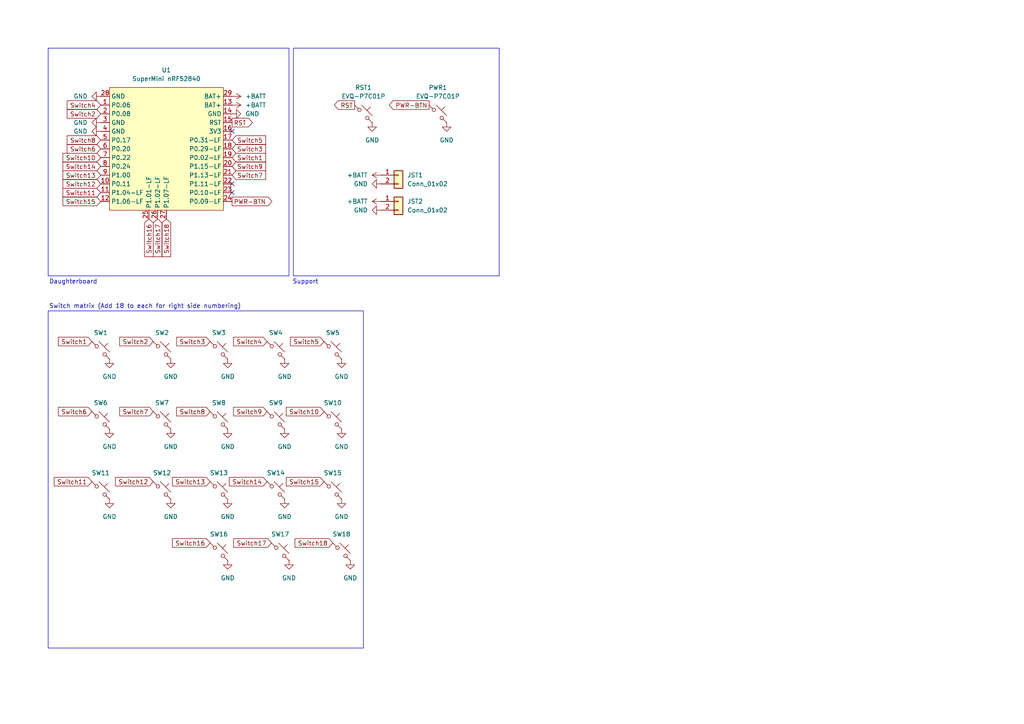
<source format=kicad_sch>
(kicad_sch (version 20231120) (generator "eeschema") (generator_version "8.0")
  (paper "A4")
  (lib_symbols
    (symbol "Connector_Generic:Conn_01x02" (pin_names (offset 1.016) hide)
      (property "Reference" "J" (at 0 2.54 0))
      (property "Value" "Conn_01x02" (at 0 -5.08 0))
      (symbol "Conn_01x02_1_1"
        (rectangle (start -1.27 -2.413) (end 0 -2.667) (stroke (width 0.1524)))
        (rectangle (start -1.27 0.127) (end 0 -0.127) (stroke (width 0.1524)))
        (rectangle (start -1.27 1.27) (end 1.27 -3.81) (stroke (width 0.254)) (fill (type background)))
        (pin passive line (at -5.08 0 0) (length 3.81) (name "Pin_1") (number "1"))
        (pin passive line (at -5.08 -2.54 0) (length 3.81) (name "Pin_2") (number "2"))
      )
    )
    (symbol "PCM_marbastlib-promicroish:SuperMini_nRF52840" (in_bom no)
      (property "Reference" "U" (at 0 22.86 0))
      (property "Value" "SuperMini nRF52840" (at 0 20.32 0))
      (symbol "SuperMini_nRF52840_0_0"
        (pin bidirectional line (at -19.05 13.97 0) (length 2.54) (name "P0.06") (number "1"))
        (pin bidirectional line (at -19.05 -8.89 0) (length 2.54) (name "P0.11") (number "10"))
        (pin bidirectional line (at -19.05 -11.43 0) (length 2.54) (name "P1.04-LF") (number "11"))
        (pin bidirectional line (at -19.05 -13.97 0) (length 2.54) (name "P1.06-LF") (number "12"))
        (pin power_out line (at 19.05 11.43 180) (length 2.54) (name "GND") (number "14"))
        (pin bidirectional line (at 19.05 8.89 180) (length 2.54) (name "RST") (number "15"))
        (pin bidirectional line (at 19.05 3.81 180) (length 2.54) (name "P0.31-LF") (number "17"))
        (pin bidirectional line (at 19.05 1.27 180) (length 2.54) (name "P0.29-LF") (number "18"))
        (pin bidirectional line (at 19.05 -1.27 180) (length 2.54) (name "P0.02-LF") (number "19"))
        (pin bidirectional line (at -19.05 11.43 0) (length 2.54) (name "P0.08") (number "2"))
        (pin bidirectional line (at 19.05 -3.81 180) (length 2.54) (name "P1.15-LF") (number "20"))
        (pin bidirectional line (at 19.05 -6.35 180) (length 2.54) (name "P1.13-LF") (number "21"))
        (pin bidirectional line (at 19.05 -8.89 180) (length 2.54) (name "P1.11-LF") (number "22"))
        (pin bidirectional line (at 19.05 -13.97 180) (length 2.54) (name "P0.09-LF") (number "24"))
        (pin power_out line (at -19.05 8.89 0) (length 2.54) (name "GND") (number "3"))
        (pin power_out line (at -19.05 6.35 0) (length 2.54) (name "GND") (number "4"))
        (pin bidirectional line (at -19.05 3.81 0) (length 2.54) (name "P0.17") (number "5"))
        (pin bidirectional line (at -19.05 1.27 0) (length 2.54) (name "P0.20") (number "6"))
        (pin bidirectional line (at -19.05 -1.27 0) (length 2.54) (name "P0.22") (number "7"))
        (pin bidirectional line (at -19.05 -3.81 0) (length 2.54) (name "P0.24") (number "8"))
        (pin bidirectional line (at -19.05 -6.35 0) (length 2.54) (name "P1.00") (number "9"))
      )
      (symbol "SuperMini_nRF52840_1_0"
        (pin power_out line (at 19.05 13.97 180) (length 2.54) (name "BAT+") (number "13"))
        (pin power_out line (at 19.05 6.35 180) (length 2.54) (name "3V3") (number "16"))
        (pin bidirectional line (at 19.05 -11.43 180) (length 2.54) (name "P0.10-LF") (number "23"))
        (pin bidirectional line (at -5.08 -19.05 90) (length 2.54) (name "P1.01-LF") (number "25"))
        (pin bidirectional line (at -2.54 -19.05 90) (length 2.54) (name "P1.02-LF") (number "26"))
        (pin bidirectional line (at 0 -19.05 90) (length 2.54) (name "P1.07-LF") (number "27"))
        (pin power_out line (at -19.05 16.51 0) (length 2.54) (name "GND") (number "28"))
        (pin power_out line (at 19.05 16.51 180) (length 2.54) (name "BAT+") (number "29"))
      )
      (symbol "SuperMini_nRF52840_1_1"
        (rectangle (start -16.51 19.05) (end 16.51 -16.51) (fill (type background)))
      )
    )
    (symbol "Switch:SW_Push_45deg" (pin_numbers hide) (pin_names (offset 1.016) hide)
      (property "Reference" "SW" (at 3.048 1.016 0))
      (property "Value" "SW_Push_45deg" (at 0 -3.81 0))
      (symbol "SW_Push_45deg_0_1"
        (circle (center -1.1684 1.1684) (radius 0.508))
        (polyline (pts (xy -0.508 2.54) (xy 2.54 -0.508)))
        (polyline (pts (xy 1.016 1.016) (xy 2.032 2.032)))
        (polyline (pts (xy -2.54 2.54) (xy -1.524 1.524) (xy -1.524 1.524)))
        (polyline (pts (xy 1.524 -1.524) (xy 2.54 -2.54) (xy 2.54 -2.54) (xy 2.54 -2.54)))
        (circle (center 1.143 -1.1938) (radius 0.508))
        (pin passive line (at -2.54 2.54 0) (length 0) (name "1") (number "1"))
        (pin passive line (at 2.54 -2.54 180) (length 0) (name "2") (number "2"))
      )
    )
    (symbol "power:+BATT" (power) (pin_numbers hide) (pin_names (offset 0) hide)
      (property "Value" "+BATT" (at 0 3.556 0))
      (symbol "+BATT_0_1"
        (polyline (pts (xy -0.762 1.27) (xy 0 2.54)))
        (polyline (pts (xy 0 0) (xy 0 2.54)))
        (polyline (pts (xy 0 2.54) (xy 0.762 1.27)))
      )
      (symbol "+BATT_1_1"
        (pin power_in line (at 0 0 90) (length 0) (name "~") (number "1"))
      )
    )
    (symbol "power:GND" (power) (pin_numbers hide) (pin_names (offset 0) hide)
      (property "Value" "GND" (at 0 -3.81 0))
      (symbol "GND_0_1"
        (polyline (pts (xy 0 0) (xy 0 -1.27) (xy 1.27 -1.27) (xy 0 -2.54) (xy -1.27 -1.27) (xy 0 -1.27)))
      )
      (symbol "GND_1_1"
        (pin power_in line (at 0 0 270) (length 0) (name "~") (number "1"))
      )
    )
  )
  (no_connect (at 67.31 38.1))
  (no_connect (at 67.31 55.88))
  (no_connect (at 67.31 53.34))
  (rectangle (start 13.97 90.17) (end 105.41 187.96))
  (rectangle (start 13.97 13.97) (end 83.82 80.01))
  (rectangle (start 85.09 13.97) (end 144.78 80.01))
  (text "Switch matrix (Add 18 to each for right side numbering)" (at 14.224 89.662 0) (effects (font (size 1.27 1.27)) (justify left bottom)))
  (text "Daughterboard" (at 14.224 82.55 0) (effects (font (size 1.27 1.27)) (justify left bottom)))
  (text "Support" (at 84.836 82.55 0) (effects (font (size 1.27 1.27)) (justify left bottom)))
  (global_label "Switch9" (shape input) (at 67.31 48.26 0) (property "Intersheetrefs" "${INTERSHEET_REFS}" (effects (hide yes))))
  (global_label "Switch7" (shape input) (at 44.45 119.38 180) (property "Intersheetrefs" "${INTERSHEET_REFS}" (effects (hide yes))))
  (global_label "Switch14" (shape input) (at 29.21 48.26 180) (property "Intersheetrefs" "${INTERSHEET_REFS}" (effects (hide yes))))
  (global_label "Switch6" (shape input) (at 29.21 43.18 180) (property "Intersheetrefs" "${INTERSHEET_REFS}" (effects (hide yes))))
  (global_label "RST" (shape output) (at 102.87 30.48 180) (property "Intersheetrefs" "${INTERSHEET_REFS}" (effects (hide yes))))
  (global_label "Switch4" (shape input) (at 29.21 30.48 180) (property "Intersheetrefs" "${INTERSHEET_REFS}" (effects (hide yes))))
  (global_label "Switch16" (shape input) (at 43.18 63.5 270) (property "Intersheetrefs" "${INTERSHEET_REFS}" (effects (hide yes))))
  (global_label "Switch2" (shape input) (at 29.21 33.02 180) (property "Intersheetrefs" "${INTERSHEET_REFS}" (effects (hide yes))))
  (global_label "Switch3" (shape input) (at 67.31 43.18 0) (property "Intersheetrefs" "${INTERSHEET_REFS}" (effects (hide yes))))
  (global_label "Switch17" (shape input) (at 78.74 157.48 180) (property "Intersheetrefs" "${INTERSHEET_REFS}" (effects (hide yes))))
  (global_label "Switch1" (shape input) (at 26.67 99.06 180) (property "Intersheetrefs" "${INTERSHEET_REFS}" (effects (hide yes))))
  (global_label "Switch14" (shape input) (at 77.47 139.7 180) (property "Intersheetrefs" "${INTERSHEET_REFS}" (effects (hide yes))))
  (global_label "Switch16" (shape input) (at 60.96 157.48 180) (property "Intersheetrefs" "${INTERSHEET_REFS}" (effects (hide yes))))
  (global_label "Switch13" (shape input) (at 60.96 139.7 180) (property "Intersheetrefs" "${INTERSHEET_REFS}" (effects (hide yes))))
  (global_label "Switch10" (shape input) (at 29.21 45.72 180) (property "Intersheetrefs" "${INTERSHEET_REFS}" (effects (hide yes))))
  (global_label "Switch13" (shape input) (at 29.21 50.8 180) (property "Intersheetrefs" "${INTERSHEET_REFS}" (effects (hide yes))))
  (global_label "Switch11" (shape input) (at 29.21 55.88 180) (property "Intersheetrefs" "${INTERSHEET_REFS}" (effects (hide yes))))
  (global_label "Switch6" (shape input) (at 26.67 119.38 180) (property "Intersheetrefs" "${INTERSHEET_REFS}" (effects (hide yes))))
  (global_label "Switch17" (shape input) (at 45.72 63.5 270) (property "Intersheetrefs" "${INTERSHEET_REFS}" (effects (hide yes))))
  (global_label "Switch8" (shape input) (at 60.96 119.38 180) (property "Intersheetrefs" "${INTERSHEET_REFS}" (effects (hide yes))))
  (global_label "Switch5" (shape input) (at 67.31 40.64 0) (property "Intersheetrefs" "${INTERSHEET_REFS}" (effects (hide yes))))
  (global_label "Switch15" (shape input) (at 29.21 58.42 180) (property "Intersheetrefs" "${INTERSHEET_REFS}" (effects (hide yes))))
  (global_label "Switch9" (shape input) (at 77.47 119.38 180) (property "Intersheetrefs" "${INTERSHEET_REFS}" (effects (hide yes))))
  (global_label "RST" (shape output) (at 67.31 35.56 0) (property "Intersheetrefs" "${INTERSHEET_REFS}" (effects (hide yes))))
  (global_label "Switch12" (shape input) (at 44.45 139.7 180) (property "Intersheetrefs" "${INTERSHEET_REFS}" (effects (hide yes))))
  (global_label "PWR-BTN" (shape output) (at 67.31 58.42 0) (property "Intersheetrefs" "${INTERSHEET_REFS}" (effects (hide yes))))
  (global_label "Switch4" (shape input) (at 77.47 99.06 180) (property "Intersheetrefs" "${INTERSHEET_REFS}" (effects (hide yes))))
  (global_label "Switch5" (shape input) (at 93.98 99.06 180) (property "Intersheetrefs" "${INTERSHEET_REFS}" (effects (hide yes))))
  (global_label "Switch18" (shape input) (at 96.52 157.48 180) (property "Intersheetrefs" "${INTERSHEET_REFS}" (effects (hide yes))))
  (global_label "Switch18" (shape input) (at 48.26 63.5 270) (property "Intersheetrefs" "${INTERSHEET_REFS}" (effects (hide yes))))
  (global_label "Switch1" (shape input) (at 67.31 45.72 0) (property "Intersheetrefs" "${INTERSHEET_REFS}" (effects (hide yes))))
  (global_label "PWR-BTN" (shape output) (at 124.46 30.48 180) (property "Intersheetrefs" "${INTERSHEET_REFS}" (effects (hide yes))))
  (global_label "Switch15" (shape input) (at 93.98 139.7 180) (property "Intersheetrefs" "${INTERSHEET_REFS}" (effects (hide yes))))
  (global_label "Switch7" (shape input) (at 67.31 50.8 0) (property "Intersheetrefs" "${INTERSHEET_REFS}" (effects (hide yes))))
  (global_label "Switch10" (shape input) (at 93.98 119.38 180) (property "Intersheetrefs" "${INTERSHEET_REFS}" (effects (hide yes))))
  (global_label "Switch12" (shape input) (at 29.21 53.34 180) (property "Intersheetrefs" "${INTERSHEET_REFS}" (effects (hide yes))))
  (global_label "Switch8" (shape input) (at 29.21 40.64 180) (property "Intersheetrefs" "${INTERSHEET_REFS}" (effects (hide yes))))
  (global_label "Switch11" (shape input) (at 26.67 139.7 180) (property "Intersheetrefs" "${INTERSHEET_REFS}" (effects (hide yes))))
  (global_label "Switch3" (shape input) (at 60.96 99.06 180) (property "Intersheetrefs" "${INTERSHEET_REFS}" (effects (hide yes))))
  (global_label "Switch2" (shape input) (at 44.45 99.06 180) (property "Intersheetrefs" "${INTERSHEET_REFS}" (effects (hide yes))))
  (symbol (lib_id "Switch:SW_Push_45deg") (at 29.21 101.6 0) (unit 1) (in_bom no)
    (property "Reference" "SW1" (at 29.21 96.52 0))
    (property "Value" "SW_Push" (effects (hide yes)))
    (property "Footprint" "Library:Choc-V1-HS-Reversible" (effects (hide yes)))
  )
  (symbol (lib_id "power:GND") (at 99.06 144.78 0) (unit 1)
    (property "Reference" "#PWR017" (effects (hide yes)))
    (property "Value" "GND" (at 99.06 149.86 0))
    (property "Description" "Power symbol creates a global label with name \"GND\" , ground" (effects (hide yes)))
  )
  (symbol (lib_id "Switch:SW_Push_45deg") (at 96.52 101.6 0) (unit 1) (in_bom no)
    (property "Reference" "SW5" (at 96.52 96.52 0))
    (property "Value" "SW_Push" (effects (hide yes)))
    (property "Footprint" "Library:Choc-V1-HS-Reversible" (effects (hide yes)))
  )
  (symbol (lib_id "power:GND") (at 82.55 124.46 0) (unit 1)
    (property "Reference" "#PWR012" (effects (hide yes)))
    (property "Value" "GND" (at 82.55 129.54 0))
    (property "Description" "Power symbol creates a global label with name \"GND\" , ground" (effects (hide yes)))
  )
  (symbol (lib_id "power:GND") (at 83.82 162.56 0) (unit 1)
    (property "Reference" "#PWR014" (effects (hide yes)))
    (property "Value" "GND" (at 83.82 167.64 0))
    (property "Description" "Power symbol creates a global label with name \"GND\" , ground" (effects (hide yes)))
  )
  (symbol (lib_id "power:GND") (at 31.75 124.46 0) (unit 1)
    (property "Reference" "#PWR02" (effects (hide yes)))
    (property "Value" "GND" (at 31.75 129.54 0))
    (property "Description" "Power symbol creates a global label with name \"GND\" , ground" (effects (hide yes)))
  )
  (symbol (lib_id "power:+BATT") (at 67.31 27.94 270) (unit 1)
    (property "Reference" "#PWR051" (effects (hide yes)))
    (property "Value" "+BATT" (at 71.12 27.9399 90) (effects (justify left)))
    (property "Description" "Power symbol creates a global label with name \"+BATT\"" (effects (hide yes)))
  )
  (symbol (lib_id "power:GND") (at 66.04 162.56 0) (unit 1)
    (property "Reference" "#PWR010" (effects (hide yes)))
    (property "Value" "GND" (at 66.04 167.64 0))
    (property "Description" "Power symbol creates a global label with name \"GND\" , ground" (effects (hide yes)))
  )
  (symbol (lib_id "power:GND") (at 110.49 60.96 270) (unit 1)
    (property "Reference" "#PWR020" (effects (hide yes)))
    (property "Value" "GND" (at 106.68 60.9599 90) (effects (justify right)))
    (property "Description" "Power symbol creates a global label with name \"GND\" , ground" (effects (hide yes)))
  )
  (symbol (lib_id "Connector_Generic:Conn_01x02") (at 115.57 50.8 0) (unit 1)
    (property "Reference" "JST1" (at 118.11 50.7999 0) (effects (justify left)))
    (property "Value" "Conn_01x02" (at 118.11 53.3399 0) (effects (justify left)))
    (property "Footprint" "Connector_JST:JST_PH_S2B-PH-K_1x02_P2.00mm_Horizontal" (effects (hide yes)))
    (property "Description" "Generic connector, single row, 01x02, script generated (kicad-library-utils/schlib/autogen/connector/)" (effects (hide yes)))
  )
  (symbol (lib_id "PCM_marbastlib-promicroish:SuperMini_nRF52840") (at 48.26 44.45 0) (unit 1) (in_bom no)
    (property "Reference" "U1" (at 48.26 20.32 0))
    (property "Value" "SuperMini nRF52840" (at 48.26 22.86 0))
    (property "Footprint" "PCM_marbastlib-xp-promicroish:SuperMini_nRF52840_AH_Reversible" (effects (hide yes)))
    (property "Datasheet" "https://wiki.icbbuy.com/doku.php?id=developmentboard:nrf52840" (effects (hide yes)))
    (property "Description" "Symbol for an nicekeyboards nice!nano" (effects (hide yes)))
  )
  (symbol (lib_id "Switch:SW_Push_45deg") (at 46.99 101.6 0) (unit 1) (in_bom no)
    (property "Reference" "SW2" (at 46.99 96.52 0))
    (property "Value" "SW_Push" (effects (hide yes)))
    (property "Footprint" "Library:Choc-V1-HS-Reversible" (effects (hide yes)))
  )
  (symbol (lib_id "power:+BATT") (at 110.49 58.42 90) (unit 1)
    (property "Reference" "#PWR019" (effects (hide yes)))
    (property "Value" "+BATT" (at 106.68 58.4199 90) (effects (justify left)))
    (property "Description" "Power symbol creates a global label with name \"+BATT\"" (effects (hide yes)))
  )
  (symbol (lib_id "Switch:SW_Push_45deg") (at 96.52 142.24 0) (unit 1) (in_bom no)
    (property "Reference" "SW15" (at 96.52 137.16 0))
    (property "Value" "SW_Push" (effects (hide yes)))
    (property "Footprint" "Library:Choc-V1-HS-Reversible" (effects (hide yes)))
  )
  (symbol (lib_id "power:GND") (at 49.53 144.78 0) (unit 1)
    (property "Reference" "#PWR06" (effects (hide yes)))
    (property "Value" "GND" (at 49.53 149.86 0))
    (property "Description" "Power symbol creates a global label with name \"GND\" , ground" (effects (hide yes)))
  )
  (symbol (lib_id "Switch:SW_Push_45deg") (at 29.21 121.92 0) (unit 1) (in_bom no)
    (property "Reference" "SW6" (at 29.21 116.84 0))
    (property "Value" "SW_Push" (effects (hide yes)))
    (property "Footprint" "Library:Choc-V1-HS-Reversible" (effects (hide yes)))
  )
  (symbol (lib_id "Switch:SW_Push_45deg") (at 99.06 160.02 0) (unit 1) (in_bom no)
    (property "Reference" "SW18" (at 99.06 154.94 0))
    (property "Value" "SW_Push" (effects (hide yes)))
    (property "Footprint" "Library:Choc-V1-HS-Reversible" (effects (hide yes)))
  )
  (symbol (lib_id "Switch:SW_Push_45deg") (at 80.01 142.24 0) (unit 1) (in_bom no)
    (property "Reference" "SW14" (at 80.01 137.16 0))
    (property "Value" "SW_Push" (effects (hide yes)))
    (property "Footprint" "Library:Choc-V1-HS-Reversible" (effects (hide yes)))
  )
  (symbol (lib_id "Switch:SW_Push_45deg") (at 63.5 160.02 0) (unit 1) (in_bom no)
    (property "Reference" "SW16" (at 63.5 154.94 0))
    (property "Value" "SW_Push" (effects (hide yes)))
    (property "Footprint" "Library:Choc-V1-HS-Reversible" (effects (hide yes)))
  )
  (symbol (lib_id "power:GND") (at 29.21 27.94 270) (unit 1)
    (property "Reference" "#PWR037" (effects (hide yes)))
    (property "Value" "GND" (at 25.4 27.9399 90) (effects (justify right)))
    (property "Description" "Power symbol creates a global label with name \"GND\" , ground" (effects (hide yes)))
  )
  (symbol (lib_id "power:GND") (at 129.54 35.56 0) (mirror y) (unit 1)
    (property "Reference" "#PWR048" (effects (hide yes)))
    (property "Value" "GND" (at 129.54 40.64 0))
    (property "Description" "Power symbol creates a global label with name \"GND\" , ground" (effects (hide yes)))
  )
  (symbol (lib_id "power:GND") (at 49.53 124.46 0) (unit 1)
    (property "Reference" "#PWR05" (effects (hide yes)))
    (property "Value" "GND" (at 49.53 129.54 0))
    (property "Description" "Power symbol creates a global label with name \"GND\" , ground" (effects (hide yes)))
  )
  (symbol (lib_id "Switch:SW_Push_45deg") (at 127 33.02 0) (unit 1)
    (property "Reference" "PWR1" (at 127 25.4 0))
    (property "Value" "EVQ-P7C01P" (at 127 27.94 0))
    (property "Footprint" "Library:EVQ-P7C-Reversible" (effects (hide yes)))
    (property "Description" "Push button switch, normally open, two pins, 45° tilted" (effects (hide yes)))
  )
  (symbol (lib_id "power:GND") (at 29.21 35.56 270) (unit 1)
    (property "Reference" "#PWR039" (effects (hide yes)))
    (property "Value" "GND" (at 25.4 35.5599 90) (effects (justify right)))
    (property "Description" "Power symbol creates a global label with name \"GND\" , ground" (effects (hide yes)))
  )
  (symbol (lib_id "power:GND") (at 107.95 35.56 0) (mirror y) (unit 1)
    (property "Reference" "#PWR047" (effects (hide yes)))
    (property "Value" "GND" (at 107.95 40.64 0))
    (property "Description" "Power symbol creates a global label with name \"GND\" , ground" (effects (hide yes)))
  )
  (symbol (lib_id "Switch:SW_Push_45deg") (at 96.52 121.92 0) (unit 1) (in_bom no)
    (property "Reference" "SW10" (at 96.52 116.84 0))
    (property "Value" "SW_Push" (effects (hide yes)))
    (property "Footprint" "Library:Choc-V1-HS-Reversible" (effects (hide yes)))
  )
  (symbol (lib_id "Switch:SW_Push_45deg") (at 63.5 142.24 0) (unit 1) (in_bom no)
    (property "Reference" "SW13" (at 63.5 137.16 0))
    (property "Value" "SW_Push" (effects (hide yes)))
    (property "Footprint" "Library:Choc-V1-HS-Reversible" (effects (hide yes)))
  )
  (symbol (lib_id "power:GND") (at 99.06 104.14 0) (unit 1)
    (property "Reference" "#PWR015" (effects (hide yes)))
    (property "Value" "GND" (at 99.06 109.22 0))
    (property "Description" "Power symbol creates a global label with name \"GND\" , ground" (effects (hide yes)))
  )
  (symbol (lib_id "power:GND") (at 29.21 38.1 270) (unit 1)
    (property "Reference" "#PWR040" (effects (hide yes)))
    (property "Value" "GND" (at 25.4 38.0999 90) (effects (justify right)))
    (property "Description" "Power symbol creates a global label with name \"GND\" , ground" (effects (hide yes)))
  )
  (symbol (lib_id "power:GND") (at 101.6 162.56 0) (unit 1)
    (property "Reference" "#PWR018" (effects (hide yes)))
    (property "Value" "GND" (at 101.6 167.64 0))
    (property "Description" "Power symbol creates a global label with name \"GND\" , ground" (effects (hide yes)))
  )
  (symbol (lib_id "power:GND") (at 49.53 104.14 0) (unit 1)
    (property "Reference" "#PWR04" (effects (hide yes)))
    (property "Value" "GND" (at 49.53 109.22 0))
    (property "Description" "Power symbol creates a global label with name \"GND\" , ground" (effects (hide yes)))
  )
  (symbol (lib_id "power:+BATT") (at 67.31 30.48 270) (unit 1)
    (property "Reference" "#PWR052" (effects (hide yes)))
    (property "Value" "+BATT" (at 71.12 30.4799 90) (effects (justify left)))
    (property "Description" "Power symbol creates a global label with name \"+BATT\"" (effects (hide yes)))
  )
  (symbol (lib_id "Switch:SW_Push_45deg") (at 80.01 121.92 0) (unit 1) (in_bom no)
    (property "Reference" "SW9" (at 80.01 116.84 0))
    (property "Value" "SW_Push" (effects (hide yes)))
    (property "Footprint" "Library:Choc-V1-HS-Reversible" (effects (hide yes)))
  )
  (symbol (lib_id "Switch:SW_Push_45deg") (at 81.28 160.02 0) (unit 1) (in_bom no)
    (property "Reference" "SW17" (at 81.28 154.94 0))
    (property "Value" "SW_Push" (effects (hide yes)))
    (property "Footprint" "Library:Choc-V1-HS-Reversible" (effects (hide yes)))
  )
  (symbol (lib_id "Switch:SW_Push_45deg") (at 46.99 121.92 0) (unit 1) (in_bom no)
    (property "Reference" "SW7" (at 46.99 116.84 0))
    (property "Value" "SW_Push" (effects (hide yes)))
    (property "Footprint" "Library:Choc-V1-HS-Reversible" (effects (hide yes)))
  )
  (symbol (lib_id "power:GND") (at 82.55 144.78 0) (unit 1)
    (property "Reference" "#PWR013" (effects (hide yes)))
    (property "Value" "GND" (at 82.55 149.86 0))
    (property "Description" "Power symbol creates a global label with name \"GND\" , ground" (effects (hide yes)))
  )
  (symbol (lib_id "Switch:SW_Push_45deg") (at 29.21 142.24 0) (unit 1) (in_bom no)
    (property "Reference" "SW11" (at 29.21 137.16 0))
    (property "Value" "SW_Push" (effects (hide yes)))
    (property "Footprint" "Library:Choc-V1-HS-Reversible" (effects (hide yes)))
  )
  (symbol (lib_id "power:GND") (at 31.75 104.14 0) (unit 1)
    (property "Reference" "#PWR01" (effects (hide yes)))
    (property "Value" "GND" (at 31.75 109.22 0))
    (property "Description" "Power symbol creates a global label with name \"GND\" , ground" (effects (hide yes)))
  )
  (symbol (lib_id "power:GND") (at 31.75 144.78 0) (unit 1)
    (property "Reference" "#PWR03" (effects (hide yes)))
    (property "Value" "GND" (at 31.75 149.86 0))
    (property "Description" "Power symbol creates a global label with name \"GND\" , ground" (effects (hide yes)))
  )
  (symbol (lib_id "Switch:SW_Push_45deg") (at 46.99 142.24 0) (unit 1) (in_bom no)
    (property "Reference" "SW12" (at 46.99 137.16 0))
    (property "Value" "SW_Push" (effects (hide yes)))
    (property "Footprint" "Library:Choc-V1-HS-Reversible" (effects (hide yes)))
  )
  (symbol (lib_id "power:GND") (at 66.04 124.46 0) (unit 1)
    (property "Reference" "#PWR08" (effects (hide yes)))
    (property "Value" "GND" (at 66.04 129.54 0))
    (property "Description" "Power symbol creates a global label with name \"GND\" , ground" (effects (hide yes)))
  )
  (symbol (lib_id "power:GND") (at 67.31 33.02 90) (unit 1)
    (property "Reference" "#PWR038" (effects (hide yes)))
    (property "Value" "GND" (at 71.12 33.0199 90) (effects (justify right)))
    (property "Description" "Power symbol creates a global label with name \"GND\" , ground" (effects (hide yes)))
  )
  (symbol (lib_id "power:+BATT") (at 110.49 50.8 90) (unit 1)
    (property "Reference" "#PWR055" (effects (hide yes)))
    (property "Value" "+BATT" (at 106.68 50.7999 90) (effects (justify left)))
    (property "Description" "Power symbol creates a global label with name \"+BATT\"" (effects (hide yes)))
  )
  (symbol (lib_id "Connector_Generic:Conn_01x02") (at 115.57 58.42 0) (unit 1)
    (property "Reference" "JST2" (at 118.11 58.4199 0) (effects (justify left)))
    (property "Value" "Conn_01x02" (at 118.11 60.9599 0) (effects (justify left)))
    (property "Footprint" "Connector_JST:JST_PH_S2B-PH-K_1x02_P2.00mm_Horizontal" (effects (hide yes)))
    (property "Description" "Generic connector, single row, 01x02, script generated (kicad-library-utils/schlib/autogen/connector/)" (effects (hide yes)))
  )
  (symbol (lib_id "power:GND") (at 99.06 124.46 0) (unit 1)
    (property "Reference" "#PWR016" (effects (hide yes)))
    (property "Value" "GND" (at 99.06 129.54 0))
    (property "Description" "Power symbol creates a global label with name \"GND\" , ground" (effects (hide yes)))
  )
  (symbol (lib_id "power:GND") (at 110.49 53.34 270) (unit 1)
    (property "Reference" "#PWR045" (effects (hide yes)))
    (property "Value" "GND" (at 106.68 53.3399 90) (effects (justify right)))
    (property "Description" "Power symbol creates a global label with name \"GND\" , ground" (effects (hide yes)))
  )
  (symbol (lib_id "Switch:SW_Push_45deg") (at 105.41 33.02 0) (unit 1)
    (property "Reference" "RST1" (at 105.41 25.4 0))
    (property "Value" "EVQ-P7C01P" (at 105.41 27.94 0))
    (property "Footprint" "Library:EVQ-P7C-Reversible" (effects (hide yes)))
    (property "Description" "Push button switch, normally open, two pins, 45° tilted" (effects (hide yes)))
  )
  (symbol (lib_id "power:GND") (at 82.55 104.14 0) (unit 1)
    (property "Reference" "#PWR011" (effects (hide yes)))
    (property "Value" "GND" (at 82.55 109.22 0))
    (property "Description" "Power symbol creates a global label with name \"GND\" , ground" (effects (hide yes)))
  )
  (symbol (lib_id "Switch:SW_Push_45deg") (at 80.01 101.6 0) (unit 1) (in_bom no)
    (property "Reference" "SW4" (at 80.01 96.52 0))
    (property "Value" "SW_Push" (effects (hide yes)))
    (property "Footprint" "Library:Choc-V1-HS-Reversible" (effects (hide yes)))
  )
  (symbol (lib_id "Switch:SW_Push_45deg") (at 63.5 121.92 0) (unit 1) (in_bom no)
    (property "Reference" "SW8" (at 63.5 116.84 0))
    (property "Value" "SW_Push" (effects (hide yes)))
    (property "Footprint" "Library:Choc-V1-HS-Reversible" (effects (hide yes)))
  )
  (symbol (lib_id "power:GND") (at 66.04 144.78 0) (unit 1)
    (property "Reference" "#PWR09" (effects (hide yes)))
    (property "Value" "GND" (at 66.04 149.86 0))
    (property "Description" "Power symbol creates a global label with name \"GND\" , ground" (effects (hide yes)))
  )
  (symbol (lib_id "Switch:SW_Push_45deg") (at 63.5 101.6 0) (unit 1) (in_bom no)
    (property "Reference" "SW3" (at 63.5 96.52 0))
    (property "Value" "SW_Push" (effects (hide yes)))
    (property "Footprint" "Library:Choc-V1-HS-Reversible" (effects (hide yes)))
  )
  (symbol (lib_id "power:GND") (at 66.04 104.14 0) (unit 1)
    (property "Reference" "#PWR07" (effects (hide yes)))
    (property "Value" "GND" (at 66.04 109.22 0))
    (property "Description" "Power symbol creates a global label with name \"GND\" , ground" (effects (hide yes)))
  )
)
</source>
